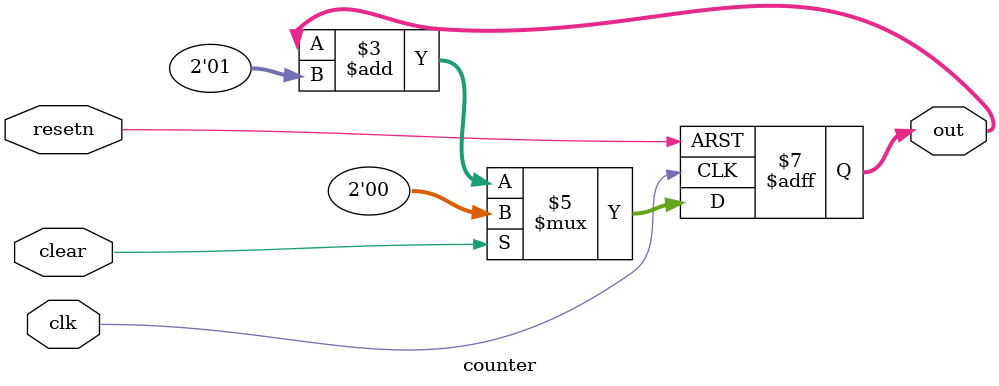
<source format=v>
module counter(
	input wire clk,
	input wire resetn,
	input wire clear,
	output reg[1:0] out
);

	always @ (posedge clk or negedge resetn)
	begin
		if (~resetn)
			out <= 2'b00;
		else if(clear)
			out <= 2'b00;
		else
			out <= out + 2'b01;
	end

endmodule 
</source>
